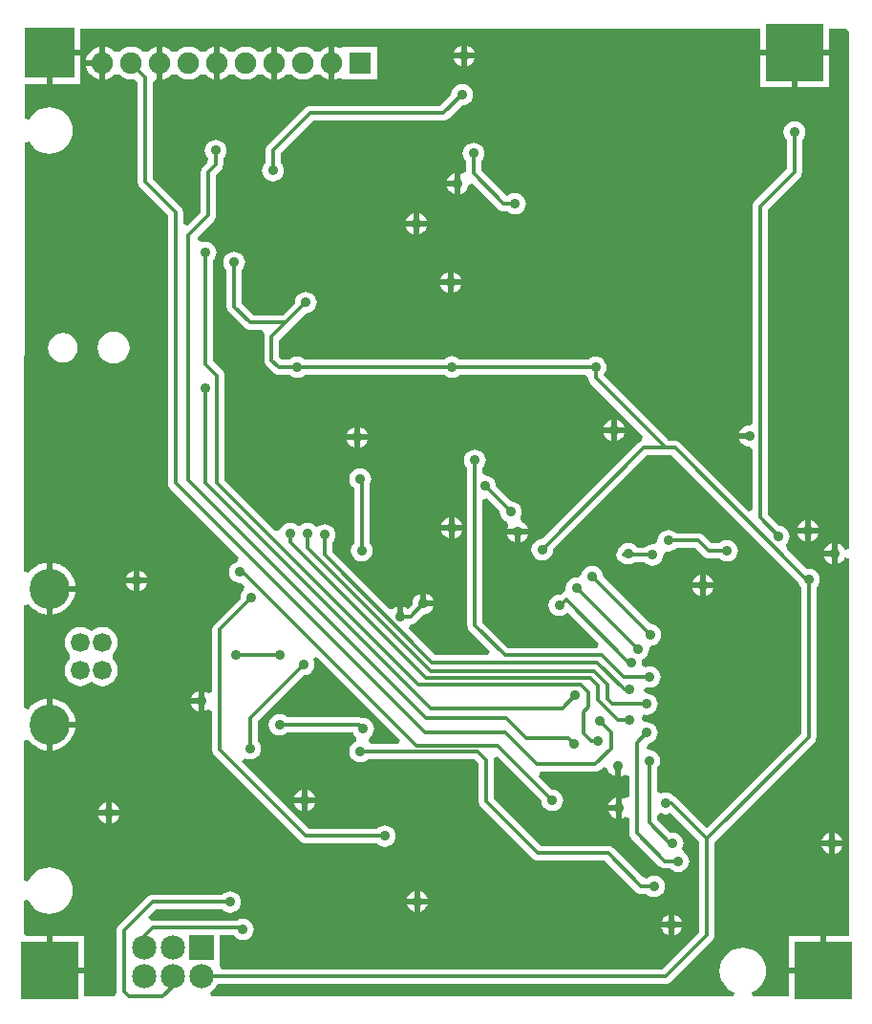
<source format=gbl>
G04 Layer_Physical_Order=2*
G04 Layer_Color=16711680*
%FSAX24Y24*%
%MOIN*%
G70*
G01*
G75*
%ADD32C,0.0120*%
%ADD34C,0.0662*%
%ADD35C,0.1410*%
%ADD36C,0.0750*%
%ADD37R,0.0750X0.0750*%
%ADD38C,0.0850*%
%ADD39R,0.0850X0.0850*%
%ADD40R,0.1750X0.1750*%
%ADD41R,0.2000X0.2000*%
%ADD42C,0.0350*%
G36*
X039400Y044241D02*
Y026215D01*
X039250Y026185D01*
X039228Y026239D01*
X039167Y026317D01*
X039089Y026378D01*
X039000Y026414D01*
Y026050D01*
Y025686D01*
X039089Y025722D01*
X039167Y025783D01*
X039228Y025861D01*
X039250Y025915D01*
X039400Y025885D01*
Y012700D01*
X038600D01*
Y011500D01*
X038500D01*
Y011400D01*
X037300D01*
Y010600D01*
X036030D01*
X036008Y010750D01*
X036010Y010751D01*
X036151Y010826D01*
X036273Y010927D01*
X036374Y011049D01*
X036449Y011190D01*
X036495Y011342D01*
X036511Y011500D01*
X036495Y011658D01*
X036449Y011810D01*
X036374Y011951D01*
X036273Y012073D01*
X036151Y012174D01*
X036010Y012249D01*
X035858Y012295D01*
X035700Y012311D01*
X035542Y012295D01*
X035390Y012249D01*
X035249Y012174D01*
X035127Y012073D01*
X035026Y011951D01*
X034951Y011810D01*
X034905Y011658D01*
X034889Y011500D01*
X034905Y011342D01*
X034951Y011190D01*
X035026Y011049D01*
X035127Y010927D01*
X035249Y010826D01*
X035390Y010751D01*
X035392Y010750D01*
X035370Y010600D01*
X017134D01*
X017097Y010750D01*
X017149Y010778D01*
X017244Y010856D01*
X017322Y010951D01*
X017369Y011038D01*
X033000D01*
X033000Y011038D01*
X033068Y011047D01*
X033131Y011073D01*
X033185Y011115D01*
X034635Y012565D01*
X034635Y012565D01*
X034677Y012619D01*
X034703Y012682D01*
X034712Y012750D01*
X034712Y012750D01*
Y015991D01*
X038185Y019465D01*
X038185Y019465D01*
X038227Y019519D01*
X038253Y019582D01*
X038262Y019650D01*
X038262Y019650D01*
Y024879D01*
X038267Y024883D01*
X038328Y024961D01*
X038365Y025052D01*
X038378Y025150D01*
X038365Y025248D01*
X038328Y025339D01*
X038267Y025417D01*
X038189Y025478D01*
X038098Y025515D01*
X038000Y025528D01*
X037914Y025517D01*
X037228Y026203D01*
X037217Y026383D01*
X037278Y026461D01*
X037315Y026552D01*
X037328Y026650D01*
X037315Y026748D01*
X037278Y026839D01*
X037217Y026917D01*
X037139Y026978D01*
X037048Y027015D01*
X036950Y027028D01*
X036943Y027027D01*
X036562Y027409D01*
Y038041D01*
X037685Y039165D01*
X037685Y039165D01*
X037727Y039219D01*
X037753Y039282D01*
X037762Y039350D01*
Y040479D01*
X037767Y040483D01*
X037828Y040561D01*
X037865Y040652D01*
X037878Y040750D01*
X037865Y040848D01*
X037828Y040939D01*
X037767Y041017D01*
X037689Y041078D01*
X037598Y041115D01*
X037500Y041128D01*
X037402Y041115D01*
X037311Y041078D01*
X037233Y041017D01*
X037172Y040939D01*
X037135Y040848D01*
X037122Y040750D01*
X037135Y040652D01*
X037172Y040561D01*
X037233Y040483D01*
X037238Y040479D01*
Y039459D01*
X036115Y038335D01*
X036073Y038281D01*
X036047Y038218D01*
X036038Y038150D01*
X036038Y038150D01*
Y030605D01*
X035950Y030528D01*
X035852Y030515D01*
X035761Y030478D01*
X035683Y030417D01*
X035622Y030339D01*
X035586Y030250D01*
X035950D01*
Y030050D01*
X035586D01*
X035622Y029961D01*
X035683Y029883D01*
X035761Y029822D01*
X035852Y029785D01*
X035950Y029772D01*
X036038Y029695D01*
Y027589D01*
X035899Y027532D01*
X033510Y029920D01*
X033456Y029962D01*
X033393Y029988D01*
X033325Y029997D01*
X033325Y029997D01*
X033114D01*
X030832Y032279D01*
X030887Y032351D01*
X030925Y032443D01*
X030938Y032541D01*
X030925Y032638D01*
X030887Y032730D01*
X030827Y032808D01*
X030749Y032868D01*
X030657Y032906D01*
X030559Y032919D01*
X030462Y032906D01*
X030370Y032868D01*
X030310Y032822D01*
X025821D01*
X025817Y032827D01*
X025739Y032887D01*
X025648Y032925D01*
X025550Y032938D01*
X025452Y032925D01*
X025361Y032887D01*
X025283Y032827D01*
X025271Y032812D01*
X020421D01*
X020417Y032817D01*
X020339Y032878D01*
X020248Y032915D01*
X020150Y032928D01*
X020052Y032915D01*
X019961Y032878D01*
X019883Y032817D01*
X019879Y032812D01*
X019609D01*
X019517Y032904D01*
Y033496D01*
X019935Y033915D01*
X019935Y033915D01*
X020443Y034423D01*
X020450Y034422D01*
X020548Y034435D01*
X020639Y034472D01*
X020717Y034533D01*
X020778Y034611D01*
X020815Y034702D01*
X020828Y034800D01*
X020815Y034898D01*
X020778Y034989D01*
X020717Y035067D01*
X020639Y035128D01*
X020548Y035165D01*
X020450Y035178D01*
X020352Y035165D01*
X020261Y035128D01*
X020183Y035067D01*
X020122Y034989D01*
X020085Y034898D01*
X020072Y034800D01*
X020073Y034793D01*
X019641Y034362D01*
X018619D01*
X018212Y034769D01*
Y035929D01*
X018217Y035933D01*
X018278Y036011D01*
X018315Y036102D01*
X018328Y036200D01*
X018315Y036298D01*
X018278Y036389D01*
X018217Y036467D01*
X018139Y036528D01*
X018048Y036565D01*
X017950Y036578D01*
X017852Y036565D01*
X017761Y036528D01*
X017683Y036467D01*
X017622Y036389D01*
X017585Y036298D01*
X017572Y036200D01*
X017585Y036102D01*
X017622Y036011D01*
X017683Y035933D01*
X017688Y035929D01*
Y034660D01*
X017688Y034660D01*
X017697Y034592D01*
X017723Y034529D01*
X017765Y034475D01*
X018325Y033915D01*
X018325Y033915D01*
X018379Y033873D01*
X018442Y033847D01*
X018510Y033838D01*
X018510Y033838D01*
X018917D01*
X018947Y033810D01*
X019008Y033688D01*
X019002Y033673D01*
X018993Y033605D01*
X018993Y033605D01*
Y032795D01*
X018993Y032795D01*
X019002Y032727D01*
X019028Y032664D01*
X019070Y032610D01*
X019315Y032365D01*
X019315Y032365D01*
X019369Y032323D01*
X019432Y032297D01*
X019500Y032288D01*
X019879D01*
X019883Y032283D01*
X019961Y032222D01*
X020052Y032185D01*
X020150Y032172D01*
X020248Y032185D01*
X020339Y032222D01*
X020417Y032283D01*
X020421Y032288D01*
X025288D01*
X025361Y032232D01*
X025452Y032194D01*
X025550Y032181D01*
X025648Y032194D01*
X025739Y032232D01*
X025817Y032292D01*
X025821Y032297D01*
X030205D01*
X030297Y032181D01*
X030306Y032113D01*
X030332Y032049D01*
X030374Y031995D01*
X032223Y030146D01*
X032177Y029988D01*
X032114Y029962D01*
X032060Y029920D01*
X032060Y029920D01*
X028707Y026567D01*
X028700Y026568D01*
X028602Y026555D01*
X028511Y026518D01*
X028433Y026457D01*
X028372Y026379D01*
X028335Y026288D01*
X028322Y026190D01*
X028335Y026092D01*
X028372Y026001D01*
X028433Y025923D01*
X028511Y025862D01*
X028602Y025825D01*
X028700Y025812D01*
X028798Y025825D01*
X028889Y025862D01*
X028967Y025923D01*
X029028Y026001D01*
X029065Y026092D01*
X029078Y026190D01*
X029077Y026197D01*
X032354Y029473D01*
X033216D01*
X037634Y025055D01*
X037635Y025052D01*
X037672Y024961D01*
X037733Y024883D01*
X037738Y024879D01*
Y019759D01*
X034450Y016471D01*
X033395Y017525D01*
X033341Y017567D01*
X033308Y017581D01*
X033287Y017607D01*
X033209Y017668D01*
X033118Y017705D01*
X033020Y017718D01*
X032922Y017705D01*
X032831Y017668D01*
X032692Y017750D01*
Y018559D01*
X032697Y018563D01*
X032758Y018641D01*
X032795Y018732D01*
X032808Y018830D01*
X032795Y018928D01*
X032758Y019019D01*
X032697Y019097D01*
X032619Y019158D01*
X032528Y019195D01*
X032430Y019208D01*
X032412Y019206D01*
X032352Y019250D01*
X032347Y019286D01*
X032448Y019435D01*
X032539Y019472D01*
X032617Y019533D01*
X032678Y019611D01*
X032715Y019702D01*
X032728Y019800D01*
X032715Y019898D01*
X032678Y019989D01*
X032617Y020067D01*
X032539Y020128D01*
X032448Y020165D01*
X032350Y020178D01*
X032282Y020169D01*
X032168Y020269D01*
X032173Y020310D01*
X032252Y020435D01*
X032350Y020422D01*
X032448Y020435D01*
X032539Y020472D01*
X032617Y020533D01*
X032678Y020611D01*
X032715Y020702D01*
X032728Y020800D01*
X032715Y020898D01*
X032678Y020989D01*
X032617Y021067D01*
X032539Y021128D01*
X032448Y021165D01*
X032350Y021178D01*
X032337Y021177D01*
X032214Y021290D01*
X032350Y021383D01*
X032361Y021384D01*
X032450Y021372D01*
X032548Y021385D01*
X032639Y021422D01*
X032717Y021483D01*
X032778Y021561D01*
X032815Y021652D01*
X032828Y021750D01*
X032815Y021848D01*
X032778Y021939D01*
X032717Y022017D01*
X032639Y022078D01*
X032548Y022115D01*
X032450Y022128D01*
X032352Y022115D01*
X032299Y022093D01*
X032229Y022129D01*
X032207Y022148D01*
X032170Y022197D01*
X032178Y022260D01*
X032167Y022343D01*
X032239Y022372D01*
X032317Y022433D01*
X032378Y022511D01*
X032415Y022602D01*
X032428Y022700D01*
X032428Y022702D01*
X032466Y022820D01*
X032553Y022857D01*
X032573Y022860D01*
X032664Y022897D01*
X032742Y022958D01*
X032803Y023036D01*
X032840Y023127D01*
X032853Y023225D01*
X032840Y023323D01*
X032803Y023414D01*
X032742Y023492D01*
X032664Y023553D01*
X032573Y023590D01*
X032475Y023603D01*
X032468Y023602D01*
X030827Y025243D01*
X030828Y025250D01*
X030815Y025348D01*
X030778Y025439D01*
X030717Y025517D01*
X030639Y025578D01*
X030548Y025615D01*
X030450Y025628D01*
X030352Y025615D01*
X030261Y025578D01*
X030183Y025517D01*
X030122Y025439D01*
X030085Y025348D01*
X030084Y025342D01*
X030015Y025240D01*
X029924Y025225D01*
X029900Y025228D01*
X029802Y025215D01*
X029711Y025178D01*
X029633Y025117D01*
X029572Y025039D01*
X029535Y024948D01*
X029522Y024850D01*
X029523Y024840D01*
X029524Y024745D01*
X029407Y024668D01*
X029394Y024662D01*
X029342Y024623D01*
X029300Y024628D01*
X029202Y024615D01*
X029111Y024578D01*
X029033Y024517D01*
X028972Y024439D01*
X028935Y024348D01*
X028922Y024250D01*
X028935Y024152D01*
X028972Y024061D01*
X029033Y023983D01*
X029111Y023922D01*
X029202Y023885D01*
X029300Y023872D01*
X029398Y023885D01*
X029489Y023922D01*
X029567Y023983D01*
X029604Y023985D01*
X030677Y022912D01*
X030615Y022762D01*
X027509D01*
X026612Y023659D01*
Y027905D01*
X026762Y027967D01*
X027223Y027507D01*
X027222Y027500D01*
X027235Y027402D01*
X027272Y027311D01*
X027333Y027233D01*
X027411Y027172D01*
X027459Y027153D01*
X027519Y027017D01*
X027522Y026993D01*
X027519Y026981D01*
X027486Y026900D01*
X028214D01*
X028178Y026989D01*
X028117Y027067D01*
X028039Y027128D01*
X027991Y027147D01*
X027931Y027283D01*
X027928Y027307D01*
X027931Y027319D01*
X027965Y027402D01*
X027978Y027500D01*
X027965Y027598D01*
X027928Y027689D01*
X027867Y027767D01*
X027789Y027828D01*
X027698Y027865D01*
X027600Y027878D01*
X027593Y027877D01*
X027077Y028393D01*
X027078Y028400D01*
X027065Y028498D01*
X027028Y028589D01*
X026967Y028667D01*
X026889Y028728D01*
X026798Y028765D01*
X026700Y028778D01*
X026612Y028855D01*
Y029029D01*
X026617Y029033D01*
X026678Y029111D01*
X026715Y029202D01*
X026728Y029300D01*
X026715Y029398D01*
X026678Y029489D01*
X026617Y029567D01*
X026539Y029628D01*
X026448Y029665D01*
X026350Y029678D01*
X026252Y029665D01*
X026161Y029628D01*
X026083Y029567D01*
X026022Y029489D01*
X025985Y029398D01*
X025972Y029300D01*
X025985Y029202D01*
X026022Y029111D01*
X026083Y029033D01*
X026088Y029029D01*
Y023550D01*
X026088Y023550D01*
X026097Y023482D01*
X026123Y023419D01*
X026165Y023365D01*
X026878Y022651D01*
X026821Y022512D01*
X024959D01*
X024033Y023438D01*
X024095Y023588D01*
X024100D01*
X024100Y023588D01*
X024168Y023597D01*
X024231Y023623D01*
X024285Y023665D01*
X024543Y023923D01*
X024550Y023922D01*
X024648Y023935D01*
X024739Y023972D01*
X024817Y024033D01*
X024878Y024111D01*
X024914Y024200D01*
X024550D01*
Y024300D01*
X024450D01*
Y024664D01*
X024361Y024628D01*
X024283Y024567D01*
X024222Y024489D01*
X024185Y024398D01*
X024172Y024300D01*
X024173Y024293D01*
X024006Y024127D01*
X023939Y024178D01*
X023850Y024214D01*
Y023850D01*
X023650D01*
Y024214D01*
X023561Y024178D01*
X023483Y024117D01*
X023361Y024110D01*
X021362Y026109D01*
Y026429D01*
X021367Y026433D01*
X021428Y026511D01*
X021465Y026602D01*
X021478Y026700D01*
X021465Y026798D01*
X021428Y026889D01*
X021367Y026967D01*
X021289Y027028D01*
X021198Y027065D01*
X021100Y027078D01*
X021002Y027065D01*
X020911Y027028D01*
X020833Y026967D01*
X020806D01*
X020767Y027017D01*
X020689Y027078D01*
X020598Y027115D01*
X020500Y027128D01*
X020402Y027115D01*
X020311Y027078D01*
X020233Y027017D01*
X020167D01*
X020089Y027078D01*
X019998Y027115D01*
X019900Y027128D01*
X019802Y027115D01*
X019711Y027078D01*
X019633Y027017D01*
X019572Y026939D01*
X019549Y026884D01*
X019442Y026842D01*
X019382Y026839D01*
X017612Y028609D01*
Y032250D01*
X017603Y032318D01*
X017577Y032381D01*
X017535Y032435D01*
X017535Y032435D01*
X017212Y032759D01*
Y036279D01*
X017217Y036283D01*
X017278Y036361D01*
X017315Y036452D01*
X017328Y036550D01*
X017315Y036648D01*
X017278Y036739D01*
X017217Y036817D01*
X017139Y036878D01*
X017048Y036915D01*
X016950Y036928D01*
X016852Y036915D01*
X016818Y036901D01*
X016671Y036984D01*
X016659Y037088D01*
X017235Y037665D01*
X017235Y037665D01*
X017277Y037719D01*
X017303Y037782D01*
X017312Y037850D01*
Y039241D01*
X017485Y039415D01*
X017485Y039415D01*
X017527Y039469D01*
X017553Y039532D01*
X017562Y039600D01*
Y039829D01*
X017567Y039833D01*
X017628Y039911D01*
X017665Y040002D01*
X017678Y040100D01*
X017665Y040198D01*
X017628Y040289D01*
X017567Y040367D01*
X017489Y040428D01*
X017398Y040465D01*
X017300Y040478D01*
X017202Y040465D01*
X017111Y040428D01*
X017033Y040367D01*
X016972Y040289D01*
X016935Y040198D01*
X016922Y040100D01*
X016935Y040002D01*
X016972Y039911D01*
X017033Y039833D01*
X017019Y039690D01*
X016865Y039535D01*
X016823Y039481D01*
X016797Y039418D01*
X016788Y039350D01*
X016788Y039350D01*
Y037959D01*
X016312Y037483D01*
X016162Y037545D01*
Y037950D01*
X016162Y037950D01*
X016153Y038018D01*
X016127Y038081D01*
X016085Y038135D01*
X016085Y038135D01*
X015112Y039109D01*
Y042480D01*
X015250Y042573D01*
Y043150D01*
Y043717D01*
X015200Y043710D01*
X015060Y043652D01*
X014940Y043560D01*
X014925Y043541D01*
X014775D01*
X014760Y043560D01*
X014640Y043652D01*
X014500Y043710D01*
X014350Y043730D01*
X014200Y043710D01*
X014060Y043652D01*
X013940Y043560D01*
X013925Y043541D01*
X013775D01*
X013760Y043560D01*
X013640Y043652D01*
X013500Y043710D01*
X013450Y043717D01*
Y043150D01*
Y042583D01*
X013500Y042590D01*
X013640Y042648D01*
X013760Y042740D01*
X013775Y042759D01*
X013925D01*
X013940Y042740D01*
X014060Y042648D01*
X014200Y042590D01*
X014350Y042570D01*
X014455Y042584D01*
X014564Y042499D01*
X014588Y042465D01*
Y039000D01*
X014588Y039000D01*
X014597Y038932D01*
X014623Y038869D01*
X014665Y038815D01*
X015638Y037841D01*
Y028500D01*
X015638Y028500D01*
X015647Y028432D01*
X015673Y028369D01*
X015715Y028315D01*
X018105Y025924D01*
X018052Y025765D01*
X017961Y025728D01*
X017883Y025667D01*
X017822Y025589D01*
X017785Y025498D01*
X017772Y025400D01*
X017785Y025302D01*
X017822Y025211D01*
X017883Y025133D01*
X017961Y025072D01*
X018052Y025035D01*
X018150Y025022D01*
X018199Y025028D01*
X018304Y024922D01*
X018289Y024773D01*
X018283Y024767D01*
X018222Y024689D01*
X018185Y024598D01*
X018172Y024500D01*
X018173Y024493D01*
X017265Y023585D01*
X017223Y023531D01*
X017197Y023468D01*
X017188Y023400D01*
X017188Y023400D01*
Y021257D01*
X017140Y021222D01*
X017038Y021190D01*
X016989Y021228D01*
X016900Y021264D01*
Y020900D01*
Y020536D01*
X016989Y020572D01*
X017038Y020610D01*
X017140Y020578D01*
X017188Y020543D01*
Y019200D01*
X017188Y019200D01*
X017197Y019132D01*
X017223Y019069D01*
X017265Y019015D01*
X020265Y016015D01*
X020265Y016015D01*
X020319Y015973D01*
X020382Y015947D01*
X020450Y015938D01*
X020450Y015938D01*
X022929D01*
X022933Y015933D01*
X023011Y015872D01*
X023102Y015835D01*
X023200Y015822D01*
X023298Y015835D01*
X023389Y015872D01*
X023467Y015933D01*
X023528Y016011D01*
X023565Y016102D01*
X023578Y016200D01*
X023565Y016298D01*
X023528Y016389D01*
X023467Y016467D01*
X023389Y016528D01*
X023298Y016565D01*
X023200Y016578D01*
X023102Y016565D01*
X023011Y016528D01*
X022933Y016467D01*
X022929Y016462D01*
X020559D01*
X018210Y018810D01*
X018310Y018923D01*
X018311Y018922D01*
X018402Y018885D01*
X018500Y018872D01*
X018598Y018885D01*
X018689Y018922D01*
X018767Y018983D01*
X018828Y019061D01*
X018865Y019152D01*
X018878Y019250D01*
X018865Y019348D01*
X018828Y019439D01*
X018767Y019517D01*
X018762Y019521D01*
Y020211D01*
X020363Y021813D01*
X020370Y021812D01*
X020468Y021825D01*
X020559Y021862D01*
X020637Y021923D01*
X020698Y022001D01*
X020735Y022092D01*
X020748Y022190D01*
X020735Y022288D01*
X020698Y022379D01*
X020819Y022460D01*
X023728Y019551D01*
X023671Y019412D01*
X022718D01*
X022664Y019471D01*
X022658Y019509D01*
X022686Y019659D01*
X022717Y019683D01*
X022778Y019761D01*
X022815Y019852D01*
X022828Y019950D01*
X022815Y020048D01*
X022778Y020139D01*
X022717Y020217D01*
X022639Y020278D01*
X022548Y020315D01*
X022450Y020328D01*
X022412Y020323D01*
X022388Y020333D01*
X022320Y020342D01*
X022320Y020342D01*
X019801D01*
X019797Y020347D01*
X019719Y020408D01*
X019628Y020445D01*
X019530Y020458D01*
X019432Y020445D01*
X019341Y020408D01*
X019263Y020347D01*
X019202Y020269D01*
X019165Y020178D01*
X019152Y020080D01*
X019165Y019982D01*
X019202Y019891D01*
X019263Y019813D01*
X019341Y019752D01*
X019432Y019715D01*
X019530Y019702D01*
X019628Y019715D01*
X019719Y019752D01*
X019797Y019813D01*
X019801Y019818D01*
X022099D01*
X022122Y019761D01*
X022183Y019683D01*
X022218Y019656D01*
X022219Y019649D01*
X022204Y019508D01*
X022195Y019492D01*
X022161Y019478D01*
X022083Y019417D01*
X022022Y019339D01*
X021985Y019248D01*
X021972Y019150D01*
X021985Y019052D01*
X022022Y018961D01*
X022083Y018883D01*
X022161Y018822D01*
X022252Y018785D01*
X022350Y018772D01*
X022448Y018785D01*
X022539Y018822D01*
X022617Y018883D01*
X022621Y018888D01*
X026341D01*
X026488Y018741D01*
Y017400D01*
X026488Y017400D01*
X026497Y017332D01*
X026523Y017269D01*
X026565Y017215D01*
X028365Y015415D01*
X028365Y015415D01*
X028419Y015373D01*
X028482Y015347D01*
X028550Y015338D01*
X030891D01*
X031965Y014265D01*
X031965Y014265D01*
X032019Y014223D01*
X032082Y014197D01*
X032150Y014188D01*
X032150Y014188D01*
X032329D01*
X032333Y014183D01*
X032411Y014122D01*
X032502Y014085D01*
X032600Y014072D01*
X032698Y014085D01*
X032789Y014122D01*
X032867Y014183D01*
X032928Y014261D01*
X032965Y014352D01*
X032978Y014450D01*
X032965Y014548D01*
X032928Y014639D01*
X032867Y014717D01*
X032789Y014778D01*
X032698Y014815D01*
X032600Y014828D01*
X032502Y014815D01*
X032411Y014778D01*
X032333Y014717D01*
X032201Y014770D01*
X031185Y015785D01*
X031131Y015827D01*
X031068Y015853D01*
X031000Y015862D01*
X031000Y015862D01*
X028659D01*
X027012Y017509D01*
Y018850D01*
X027012Y018850D01*
X027004Y018913D01*
X027012Y018923D01*
X027133Y018996D01*
X028673Y017457D01*
X028672Y017450D01*
X028685Y017352D01*
X028722Y017261D01*
X028783Y017183D01*
X028861Y017122D01*
X028952Y017085D01*
X029050Y017072D01*
X029148Y017085D01*
X029239Y017122D01*
X029317Y017183D01*
X029378Y017261D01*
X029415Y017352D01*
X029428Y017450D01*
X029415Y017548D01*
X029378Y017639D01*
X029317Y017717D01*
X029239Y017778D01*
X029148Y017815D01*
X029050Y017828D01*
X029043Y017827D01*
X028583Y018288D01*
X028645Y018438D01*
X030550D01*
X030550Y018438D01*
X030618Y018447D01*
X030681Y018473D01*
X030735Y018515D01*
X030826Y018605D01*
X030985Y018552D01*
X031022Y018461D01*
X031083Y018383D01*
X031161Y018322D01*
X031250Y018286D01*
Y018650D01*
X031450D01*
Y018286D01*
X031539Y018322D01*
X031588Y018360D01*
X031690Y018328D01*
X031738Y018293D01*
Y017577D01*
X031588Y017503D01*
X031569Y017518D01*
X031480Y017554D01*
Y017190D01*
Y016826D01*
X031569Y016862D01*
X031588Y016877D01*
X031738Y016803D01*
Y016300D01*
X031738Y016300D01*
X031747Y016232D01*
X031773Y016169D01*
X031815Y016115D01*
X032785Y015145D01*
X032785Y015145D01*
X032839Y015103D01*
X032902Y015077D01*
X032970Y015068D01*
X032970Y015068D01*
X033179D01*
X033183Y015063D01*
X033261Y015002D01*
X033352Y014965D01*
X033450Y014952D01*
X033548Y014965D01*
X033639Y015002D01*
X033717Y015063D01*
X033778Y015141D01*
X033815Y015232D01*
X033828Y015330D01*
X033815Y015428D01*
X033778Y015519D01*
X033717Y015597D01*
X033639Y015658D01*
X033578Y015761D01*
X033615Y015852D01*
X033628Y015950D01*
X033615Y016048D01*
X033578Y016139D01*
X033517Y016217D01*
X033439Y016278D01*
X033348Y016315D01*
X033250Y016328D01*
X033155Y016316D01*
X032692Y016779D01*
Y016930D01*
X032831Y017012D01*
X032922Y016975D01*
X033020Y016962D01*
X033118Y016975D01*
X033179Y017000D01*
X034188Y015991D01*
Y012859D01*
X032891Y011562D01*
X017515D01*
X017425Y011675D01*
Y012738D01*
X017940D01*
X017983Y012683D01*
X018061Y012622D01*
X018152Y012585D01*
X018250Y012572D01*
X018348Y012585D01*
X018439Y012622D01*
X018517Y012683D01*
X018578Y012761D01*
X018615Y012852D01*
X018628Y012950D01*
X018615Y013048D01*
X018578Y013139D01*
X018517Y013217D01*
X018439Y013278D01*
X018348Y013315D01*
X018250Y013328D01*
X018152Y013315D01*
X018061Y013278D01*
X018041Y013262D01*
X015100D01*
X015100Y013262D01*
X015037Y013254D01*
X015027Y013262D01*
X014954Y013383D01*
X015209Y013638D01*
X017529D01*
X017533Y013633D01*
X017611Y013572D01*
X017702Y013535D01*
X017800Y013522D01*
X017898Y013535D01*
X017989Y013572D01*
X018067Y013633D01*
X018128Y013711D01*
X018165Y013802D01*
X018178Y013900D01*
X018165Y013998D01*
X018128Y014089D01*
X018067Y014167D01*
X017989Y014228D01*
X017898Y014265D01*
X017800Y014278D01*
X017702Y014265D01*
X017611Y014228D01*
X017533Y014167D01*
X017529Y014162D01*
X015100D01*
X015100Y014162D01*
X015032Y014153D01*
X014969Y014127D01*
X014915Y014085D01*
X014915Y014085D01*
X013915Y013085D01*
X013873Y013031D01*
X013847Y012968D01*
X013838Y012900D01*
X013838Y012900D01*
Y010790D01*
X013838Y010790D01*
X013843Y010750D01*
X013806Y010678D01*
X013736Y010600D01*
X012700D01*
Y011400D01*
X011500D01*
Y011500D01*
X011400D01*
Y012700D01*
X010709D01*
X010603Y012806D01*
X010605Y013953D01*
X010751Y013990D01*
X010826Y013849D01*
X010927Y013727D01*
X011049Y013626D01*
X011190Y013551D01*
X011342Y013505D01*
X011500Y013489D01*
X011658Y013505D01*
X011810Y013551D01*
X011951Y013626D01*
X012073Y013727D01*
X012174Y013849D01*
X012249Y013990D01*
X012295Y014142D01*
X012311Y014300D01*
X012295Y014458D01*
X012249Y014610D01*
X012174Y014751D01*
X012073Y014873D01*
X011951Y014974D01*
X011810Y015049D01*
X011658Y015095D01*
X011500Y015111D01*
X011342Y015095D01*
X011190Y015049D01*
X011049Y014974D01*
X010927Y014873D01*
X010826Y014751D01*
X010751Y014610D01*
X010606Y014650D01*
X010613Y019514D01*
X010677Y019549D01*
X010763Y019562D01*
X010857Y019448D01*
X010995Y019335D01*
X011152Y019251D01*
X011323Y019199D01*
X011400Y019191D01*
Y020091D01*
Y020991D01*
X011323Y020983D01*
X011152Y020931D01*
X010995Y020847D01*
X010857Y020734D01*
X010765Y020622D01*
X010669Y020639D01*
X010615Y020670D01*
X010620Y024248D01*
X010641Y024261D01*
X010770Y024294D01*
X010857Y024188D01*
X010995Y024075D01*
X011152Y023991D01*
X011323Y023939D01*
X011400Y023932D01*
Y024831D01*
Y025731D01*
X011323Y025723D01*
X011152Y025671D01*
X010995Y025587D01*
X010857Y025474D01*
X010772Y025371D01*
X010632Y025409D01*
X010622Y025416D01*
X010644Y040371D01*
X010794Y040408D01*
X010826Y040349D01*
X010927Y040227D01*
X011049Y040126D01*
X011190Y040051D01*
X011342Y040005D01*
X011500Y039989D01*
X011658Y040005D01*
X011810Y040051D01*
X011951Y040126D01*
X012073Y040227D01*
X012174Y040349D01*
X012249Y040490D01*
X012295Y040642D01*
X012311Y040800D01*
X012295Y040958D01*
X012249Y041110D01*
X012174Y041251D01*
X012073Y041373D01*
X011951Y041474D01*
X011810Y041549D01*
X011658Y041595D01*
X011500Y041611D01*
X011342Y041595D01*
X011190Y041549D01*
X011049Y041474D01*
X010927Y041373D01*
X010826Y041251D01*
X010795Y041194D01*
X010645Y041231D01*
X010647Y042425D01*
X011400D01*
Y043500D01*
X011500D01*
Y043600D01*
X012575D01*
Y044350D01*
X036300D01*
Y043600D01*
X038700D01*
Y044350D01*
X039300D01*
X039400Y044241D01*
D02*
G37*
%LPC*%
G36*
X012400Y024731D02*
X011600D01*
Y023932D01*
X011677Y023939D01*
X011848Y023991D01*
X012005Y024075D01*
X012143Y024188D01*
X012256Y024326D01*
X012340Y024483D01*
X012392Y024654D01*
X012400Y024731D01*
D02*
G37*
G36*
X013354Y023489D02*
X013216Y023471D01*
X013086Y023417D01*
X013076Y023409D01*
X012961Y023341D01*
X012845Y023409D01*
X012835Y023417D01*
X012706Y023471D01*
X012567Y023489D01*
X012428Y023471D01*
X012299Y023417D01*
X012188Y023332D01*
X012103Y023221D01*
X012049Y023092D01*
X012031Y022953D01*
X012049Y022815D01*
X012103Y022685D01*
X012188Y022574D01*
X012215Y022554D01*
Y022368D01*
X012188Y022348D01*
X012103Y022237D01*
X012049Y022108D01*
X012031Y021969D01*
X012049Y021830D01*
X012103Y021701D01*
X012188Y021590D01*
X012299Y021505D01*
X012428Y021452D01*
X012567Y021433D01*
X012706Y021452D01*
X012835Y021505D01*
X012845Y021513D01*
X012961Y021581D01*
X013076Y021513D01*
X013086Y021505D01*
X013216Y021452D01*
X013354Y021433D01*
X013493Y021452D01*
X013622Y021505D01*
X013733Y021590D01*
X013818Y021701D01*
X013872Y021830D01*
X013890Y021969D01*
X013872Y022108D01*
X013818Y022237D01*
X013733Y022348D01*
X013706Y022368D01*
Y022554D01*
X013733Y022574D01*
X013818Y022685D01*
X013872Y022815D01*
X013890Y022953D01*
X013872Y023092D01*
X013818Y023221D01*
X013733Y023332D01*
X013622Y023417D01*
X013493Y023471D01*
X013354Y023489D01*
D02*
G37*
G36*
X024650Y024664D02*
Y024400D01*
X024914D01*
X024878Y024489D01*
X024817Y024567D01*
X024739Y024628D01*
X024650Y024664D01*
D02*
G37*
G36*
X034674Y024840D02*
X034410D01*
Y024576D01*
X034499Y024612D01*
X034577Y024673D01*
X034638Y024751D01*
X034674Y024840D01*
D02*
G37*
G36*
X034210D02*
X033946D01*
X033982Y024751D01*
X034043Y024673D01*
X034121Y024612D01*
X034210Y024576D01*
Y024840D01*
D02*
G37*
G36*
X016700Y021264D02*
X016611Y021228D01*
X016533Y021167D01*
X016472Y021089D01*
X016436Y021000D01*
X016700D01*
Y021264D01*
D02*
G37*
G36*
X020510Y017814D02*
Y017550D01*
X020774D01*
X020738Y017639D01*
X020677Y017717D01*
X020599Y017778D01*
X020510Y017814D01*
D02*
G37*
G36*
X020310D02*
X020221Y017778D01*
X020143Y017717D01*
X020082Y017639D01*
X020046Y017550D01*
X020310D01*
Y017814D01*
D02*
G37*
G36*
X012400Y019991D02*
X011600D01*
Y019191D01*
X011677Y019199D01*
X011848Y019251D01*
X012005Y019335D01*
X012143Y019448D01*
X012256Y019586D01*
X012340Y019743D01*
X012392Y019914D01*
X012400Y019991D01*
D02*
G37*
G36*
X016700Y020800D02*
X016436D01*
X016472Y020711D01*
X016533Y020633D01*
X016611Y020572D01*
X016700Y020536D01*
Y020800D01*
D02*
G37*
G36*
X011600Y020991D02*
Y020191D01*
X012400D01*
X012392Y020268D01*
X012340Y020439D01*
X012256Y020596D01*
X012143Y020734D01*
X012005Y020847D01*
X011848Y020931D01*
X011677Y020983D01*
X011600Y020991D01*
D02*
G37*
G36*
X038800Y025950D02*
X038536D01*
X038572Y025861D01*
X038633Y025783D01*
X038711Y025722D01*
X038800Y025686D01*
Y025950D01*
D02*
G37*
G36*
X014650Y025464D02*
Y025200D01*
X014914D01*
X014878Y025289D01*
X014817Y025367D01*
X014739Y025428D01*
X014650Y025464D01*
D02*
G37*
G36*
X022350Y029028D02*
X022252Y029015D01*
X022161Y028978D01*
X022083Y028917D01*
X022022Y028839D01*
X021985Y028748D01*
X021972Y028650D01*
X021985Y028552D01*
X022022Y028461D01*
X022083Y028383D01*
X022138Y028340D01*
Y026431D01*
X022133Y026427D01*
X022072Y026349D01*
X022035Y026258D01*
X022022Y026160D01*
X022035Y026062D01*
X022072Y025971D01*
X022133Y025893D01*
X022211Y025832D01*
X022302Y025795D01*
X022400Y025782D01*
X022498Y025795D01*
X022589Y025832D01*
X022667Y025893D01*
X022728Y025971D01*
X022765Y026062D01*
X022778Y026160D01*
X022765Y026258D01*
X022728Y026349D01*
X022667Y026427D01*
X022662Y026431D01*
Y028441D01*
X022678Y028461D01*
X022715Y028552D01*
X022728Y028650D01*
X022715Y028748D01*
X022678Y028839D01*
X022617Y028917D01*
X022539Y028978D01*
X022448Y029015D01*
X022350Y029028D01*
D02*
G37*
G36*
X033100Y026878D02*
X033002Y026865D01*
X032911Y026828D01*
X032833Y026767D01*
X032772Y026689D01*
X032735Y026598D01*
X032722Y026500D01*
X032722Y026497D01*
X032704Y026465D01*
X032592Y026373D01*
X032550Y026378D01*
X032452Y026365D01*
X032361Y026328D01*
X032283Y026267D01*
X032279Y026262D01*
X032010D01*
X031967Y026317D01*
X031889Y026378D01*
X031798Y026415D01*
X031700Y026428D01*
X031602Y026415D01*
X031511Y026378D01*
X031433Y026317D01*
X031372Y026239D01*
X031335Y026148D01*
X031334Y026146D01*
X031323Y026131D01*
X031297Y026068D01*
X031288Y026000D01*
X031297Y025932D01*
X031323Y025869D01*
X031365Y025815D01*
X031419Y025773D01*
X031476Y025749D01*
X031511Y025722D01*
X031602Y025685D01*
X031700Y025672D01*
X031798Y025685D01*
X031889Y025722D01*
X031909Y025738D01*
X032279D01*
X032283Y025733D01*
X032361Y025672D01*
X032452Y025635D01*
X032550Y025622D01*
X032648Y025635D01*
X032739Y025672D01*
X032817Y025733D01*
X032878Y025811D01*
X032915Y025902D01*
X032928Y026000D01*
X032928Y026003D01*
X032946Y026035D01*
X033058Y026127D01*
X033100Y026122D01*
X033198Y026135D01*
X033289Y026172D01*
X033367Y026233D01*
X033371Y026238D01*
X034041D01*
X034315Y025965D01*
X034315Y025965D01*
X034369Y025923D01*
X034432Y025897D01*
X034500Y025888D01*
X034500Y025888D01*
X034879D01*
X034883Y025883D01*
X034961Y025822D01*
X035052Y025785D01*
X035150Y025772D01*
X035248Y025785D01*
X035339Y025822D01*
X035417Y025883D01*
X035478Y025961D01*
X035515Y026052D01*
X035528Y026150D01*
X035515Y026248D01*
X035478Y026339D01*
X035417Y026417D01*
X035339Y026478D01*
X035248Y026515D01*
X035150Y026528D01*
X035052Y026515D01*
X034961Y026478D01*
X034883Y026417D01*
X034879Y026412D01*
X034609D01*
X034335Y026685D01*
X034281Y026727D01*
X034218Y026753D01*
X034150Y026762D01*
X034150Y026762D01*
X033371D01*
X033367Y026767D01*
X033289Y026828D01*
X033198Y026865D01*
X033100Y026878D01*
D02*
G37*
G36*
X038800Y026414D02*
X038711Y026378D01*
X038633Y026317D01*
X038572Y026239D01*
X038536Y026150D01*
X038800D01*
Y026414D01*
D02*
G37*
G36*
X014450Y025464D02*
X014361Y025428D01*
X014283Y025367D01*
X014222Y025289D01*
X014186Y025200D01*
X014450D01*
Y025464D01*
D02*
G37*
G36*
X014914Y025000D02*
X014650D01*
Y024736D01*
X014739Y024772D01*
X014817Y024833D01*
X014878Y024911D01*
X014914Y025000D01*
D02*
G37*
G36*
X014450D02*
X014186D01*
X014222Y024911D01*
X014283Y024833D01*
X014361Y024772D01*
X014450Y024736D01*
Y025000D01*
D02*
G37*
G36*
X011600Y025731D02*
Y024931D01*
X012400D01*
X012392Y025009D01*
X012340Y025179D01*
X012256Y025336D01*
X012143Y025474D01*
X012005Y025587D01*
X011848Y025671D01*
X011677Y025723D01*
X011600Y025731D01*
D02*
G37*
G36*
X034410Y025304D02*
Y025040D01*
X034674D01*
X034638Y025129D01*
X034577Y025207D01*
X034499Y025268D01*
X034410Y025304D01*
D02*
G37*
G36*
X034210D02*
X034121Y025268D01*
X034043Y025207D01*
X033982Y025129D01*
X033946Y025040D01*
X034210D01*
Y025304D01*
D02*
G37*
G36*
X024694Y013830D02*
X024430D01*
Y013566D01*
X024519Y013602D01*
X024597Y013663D01*
X024658Y013741D01*
X024694Y013830D01*
D02*
G37*
G36*
X024230D02*
X023966D01*
X024002Y013741D01*
X024063Y013663D01*
X024141Y013602D01*
X024230Y013566D01*
Y013830D01*
D02*
G37*
G36*
Y014294D02*
X024141Y014258D01*
X024063Y014197D01*
X024002Y014119D01*
X023966Y014030D01*
X024230D01*
Y014294D01*
D02*
G37*
G36*
X038720Y015850D02*
X038456D01*
X038492Y015761D01*
X038553Y015683D01*
X038631Y015622D01*
X038720Y015586D01*
Y015850D01*
D02*
G37*
G36*
X024430Y014294D02*
Y014030D01*
X024694D01*
X024658Y014119D01*
X024597Y014197D01*
X024519Y014258D01*
X024430Y014294D01*
D02*
G37*
G36*
X033320Y013464D02*
Y013200D01*
X033584D01*
X033548Y013289D01*
X033487Y013367D01*
X033409Y013428D01*
X033320Y013464D01*
D02*
G37*
G36*
X038400Y012700D02*
X037300D01*
Y011600D01*
X038400D01*
Y012700D01*
D02*
G37*
G36*
X012700D02*
X011600D01*
Y011600D01*
X012700D01*
Y012700D01*
D02*
G37*
G36*
X033120Y013000D02*
X032856D01*
X032892Y012911D01*
X032953Y012833D01*
X033031Y012772D01*
X033120Y012736D01*
Y013000D01*
D02*
G37*
G36*
Y013464D02*
X033031Y013428D01*
X032953Y013367D01*
X032892Y013289D01*
X032856Y013200D01*
X033120D01*
Y013464D01*
D02*
G37*
G36*
X033584Y013000D02*
X033320D01*
Y012736D01*
X033409Y012772D01*
X033487Y012833D01*
X033548Y012911D01*
X033584Y013000D01*
D02*
G37*
G36*
X020774Y017350D02*
X020510D01*
Y017086D01*
X020599Y017122D01*
X020677Y017183D01*
X020738Y017261D01*
X020774Y017350D01*
D02*
G37*
G36*
X020310D02*
X020046D01*
X020082Y017261D01*
X020143Y017183D01*
X020221Y017122D01*
X020310Y017086D01*
Y017350D01*
D02*
G37*
G36*
X013470Y017374D02*
X013381Y017338D01*
X013303Y017277D01*
X013242Y017199D01*
X013206Y017110D01*
X013470D01*
Y017374D01*
D02*
G37*
G36*
X031280Y017554D02*
X031191Y017518D01*
X031113Y017457D01*
X031052Y017379D01*
X031016Y017290D01*
X031280D01*
Y017554D01*
D02*
G37*
G36*
X013670Y017374D02*
Y017110D01*
X013934D01*
X013898Y017199D01*
X013837Y017277D01*
X013759Y017338D01*
X013670Y017374D01*
D02*
G37*
G36*
X031280Y017090D02*
X031016D01*
X031052Y017001D01*
X031113Y016923D01*
X031191Y016862D01*
X031280Y016826D01*
Y017090D01*
D02*
G37*
G36*
X038720Y016314D02*
X038631Y016278D01*
X038553Y016217D01*
X038492Y016139D01*
X038456Y016050D01*
X038720D01*
Y016314D01*
D02*
G37*
G36*
X039184Y015850D02*
X038920D01*
Y015586D01*
X039009Y015622D01*
X039087Y015683D01*
X039148Y015761D01*
X039184Y015850D01*
D02*
G37*
G36*
X038920Y016314D02*
Y016050D01*
X039184D01*
X039148Y016139D01*
X039087Y016217D01*
X039009Y016278D01*
X038920Y016314D01*
D02*
G37*
G36*
X013934Y016910D02*
X013670D01*
Y016646D01*
X013759Y016682D01*
X013837Y016743D01*
X013898Y016821D01*
X013934Y016910D01*
D02*
G37*
G36*
X013470D02*
X013206D01*
X013242Y016821D01*
X013303Y016743D01*
X013381Y016682D01*
X013470Y016646D01*
Y016910D01*
D02*
G37*
G36*
X027750Y026700D02*
X027486D01*
X027522Y026611D01*
X027583Y026533D01*
X027661Y026472D01*
X027750Y026436D01*
Y026700D01*
D02*
G37*
G36*
X026300Y040378D02*
X026202Y040365D01*
X026111Y040328D01*
X026033Y040267D01*
X025972Y040189D01*
X025935Y040098D01*
X025922Y040000D01*
X025935Y039902D01*
X025972Y039811D01*
X026033Y039733D01*
X026038Y039729D01*
Y039391D01*
X026013Y039362D01*
X025888Y039299D01*
X025850Y039314D01*
Y038950D01*
Y038586D01*
X025939Y038622D01*
X026017Y038683D01*
X026078Y038761D01*
X026115Y038852D01*
X026121Y038896D01*
X026258Y038955D01*
X026273Y038956D01*
X027165Y038065D01*
X027165Y038065D01*
X027219Y038023D01*
X027282Y037997D01*
X027350Y037988D01*
X027350Y037988D01*
X027479D01*
X027483Y037983D01*
X027561Y037922D01*
X027652Y037885D01*
X027750Y037872D01*
X027848Y037885D01*
X027939Y037922D01*
X028017Y037983D01*
X028078Y038061D01*
X028115Y038152D01*
X028128Y038250D01*
X028115Y038348D01*
X028078Y038439D01*
X028017Y038517D01*
X027939Y038578D01*
X027848Y038615D01*
X027750Y038628D01*
X027652Y038615D01*
X027561Y038578D01*
X027483Y038517D01*
X027363Y038608D01*
X026562Y039409D01*
Y039729D01*
X026567Y039733D01*
X026628Y039811D01*
X026665Y039902D01*
X026678Y040000D01*
X026665Y040098D01*
X026628Y040189D01*
X026567Y040267D01*
X026489Y040328D01*
X026398Y040365D01*
X026300Y040378D01*
D02*
G37*
G36*
X025650Y039314D02*
X025561Y039278D01*
X025483Y039217D01*
X025422Y039139D01*
X025386Y039050D01*
X025650D01*
Y039314D01*
D02*
G37*
G36*
X025900Y042428D02*
X025802Y042415D01*
X025711Y042378D01*
X025633Y042317D01*
X025572Y042239D01*
X025535Y042148D01*
X025522Y042050D01*
X025523Y042043D01*
X025141Y041662D01*
X020600D01*
X020600Y041662D01*
X020532Y041653D01*
X020469Y041627D01*
X020415Y041585D01*
X020415Y041585D01*
X019115Y040285D01*
X019073Y040231D01*
X019047Y040168D01*
X019038Y040100D01*
X019038Y040100D01*
Y039671D01*
X019033Y039667D01*
X018972Y039589D01*
X018935Y039498D01*
X018922Y039400D01*
X018935Y039302D01*
X018972Y039211D01*
X019033Y039133D01*
X019111Y039072D01*
X019202Y039035D01*
X019300Y039022D01*
X019398Y039035D01*
X019489Y039072D01*
X019567Y039133D01*
X019628Y039211D01*
X019665Y039302D01*
X019678Y039400D01*
X019665Y039498D01*
X019628Y039589D01*
X019567Y039667D01*
X019562Y039671D01*
Y039991D01*
X020709Y041138D01*
X025250D01*
X025250Y041138D01*
X025318Y041147D01*
X025381Y041173D01*
X025435Y041215D01*
X025893Y041673D01*
X025900Y041672D01*
X025998Y041685D01*
X026089Y041722D01*
X026167Y041783D01*
X026228Y041861D01*
X026265Y041952D01*
X026278Y042050D01*
X026265Y042148D01*
X026228Y042239D01*
X026167Y042317D01*
X026089Y042378D01*
X025998Y042415D01*
X025900Y042428D01*
D02*
G37*
G36*
X038700Y043400D02*
X037600D01*
Y042300D01*
X038700D01*
Y043400D01*
D02*
G37*
G36*
X037400D02*
X036300D01*
Y042300D01*
X037400D01*
Y043400D01*
D02*
G37*
G36*
X025650Y038850D02*
X025386D01*
X025422Y038761D01*
X025483Y038683D01*
X025561Y038622D01*
X025650Y038586D01*
Y038850D01*
D02*
G37*
G36*
X024200Y037450D02*
X023936D01*
X023972Y037361D01*
X024033Y037283D01*
X024111Y037222D01*
X024200Y037186D01*
Y037450D01*
D02*
G37*
G36*
X025600Y035864D02*
Y035600D01*
X025864D01*
X025828Y035689D01*
X025767Y035767D01*
X025689Y035828D01*
X025600Y035864D01*
D02*
G37*
G36*
X024664Y037450D02*
X024400D01*
Y037186D01*
X024489Y037222D01*
X024567Y037283D01*
X024628Y037361D01*
X024664Y037450D01*
D02*
G37*
G36*
X024400Y037914D02*
Y037650D01*
X024664D01*
X024628Y037739D01*
X024567Y037817D01*
X024489Y037878D01*
X024400Y037914D01*
D02*
G37*
G36*
X024200D02*
X024111Y037878D01*
X024033Y037817D01*
X023972Y037739D01*
X023936Y037650D01*
X024200D01*
Y037914D01*
D02*
G37*
G36*
X016350Y043730D02*
X016200Y043710D01*
X016060Y043652D01*
X015940Y043560D01*
X015925Y043541D01*
X015775D01*
X015760Y043560D01*
X015640Y043652D01*
X015500Y043710D01*
X015450Y043717D01*
Y043150D01*
Y042583D01*
X015500Y042590D01*
X015640Y042648D01*
X015760Y042740D01*
X015775Y042759D01*
X015925D01*
X015940Y042740D01*
X016060Y042648D01*
X016200Y042590D01*
X016350Y042570D01*
X016500Y042590D01*
X016640Y042648D01*
X016760Y042740D01*
X016775Y042759D01*
X016925D01*
X016940Y042740D01*
X017060Y042648D01*
X017200Y042590D01*
X017250Y042583D01*
Y043150D01*
Y043717D01*
X017200Y043710D01*
X017060Y043652D01*
X016940Y043560D01*
X016925Y043541D01*
X016775D01*
X016760Y043560D01*
X016640Y043652D01*
X016500Y043710D01*
X016350Y043730D01*
D02*
G37*
G36*
X026080Y043764D02*
Y043500D01*
X026344D01*
X026308Y043589D01*
X026247Y043667D01*
X026169Y043728D01*
X026080Y043764D01*
D02*
G37*
G36*
X018350Y043730D02*
X018200Y043710D01*
X018060Y043652D01*
X017940Y043560D01*
X017925Y043541D01*
X017775D01*
X017760Y043560D01*
X017640Y043652D01*
X017500Y043710D01*
X017450Y043717D01*
Y043150D01*
Y042583D01*
X017500Y042590D01*
X017640Y042648D01*
X017760Y042740D01*
X017775Y042759D01*
X017925D01*
X017940Y042740D01*
X018060Y042648D01*
X018200Y042590D01*
X018350Y042570D01*
X018500Y042590D01*
X018640Y042648D01*
X018760Y042740D01*
X018775Y042759D01*
X018925D01*
X018940Y042740D01*
X019060Y042648D01*
X019200Y042590D01*
X019250Y042583D01*
Y043150D01*
Y043717D01*
X019200Y043710D01*
X019060Y043652D01*
X018940Y043560D01*
X018925Y043541D01*
X018775D01*
X018760Y043560D01*
X018640Y043652D01*
X018500Y043710D01*
X018350Y043730D01*
D02*
G37*
G36*
X021775Y043725D02*
X021649Y043667D01*
X021625Y043658D01*
X021500Y043710D01*
X021450Y043717D01*
Y043150D01*
Y042583D01*
X021500Y042590D01*
X021625Y042642D01*
X021648Y042633D01*
X021775Y042575D01*
X021775Y042575D01*
X021775Y042575D01*
X022925D01*
Y043725D01*
X021775D01*
Y043725D01*
D02*
G37*
G36*
X020350Y043730D02*
X020200Y043710D01*
X020060Y043652D01*
X019940Y043560D01*
X019925Y043541D01*
X019775D01*
X019760Y043560D01*
X019640Y043652D01*
X019500Y043710D01*
X019450Y043717D01*
Y043150D01*
Y042583D01*
X019500Y042590D01*
X019640Y042648D01*
X019760Y042740D01*
X019775Y042759D01*
X019925D01*
X019940Y042740D01*
X020060Y042648D01*
X020200Y042590D01*
X020350Y042570D01*
X020500Y042590D01*
X020640Y042648D01*
X020760Y042740D01*
X020775Y042759D01*
X020925D01*
X020940Y042740D01*
X021060Y042648D01*
X021200Y042590D01*
X021250Y042583D01*
Y043150D01*
Y043717D01*
X021200Y043710D01*
X021060Y043652D01*
X020940Y043560D01*
X020925Y043541D01*
X020775D01*
X020760Y043560D01*
X020640Y043652D01*
X020500Y043710D01*
X020350Y043730D01*
D02*
G37*
G36*
X025880Y043764D02*
X025791Y043728D01*
X025713Y043667D01*
X025652Y043589D01*
X025616Y043500D01*
X025880D01*
Y043764D01*
D02*
G37*
G36*
X013250Y043050D02*
X012783D01*
X012790Y043000D01*
X012848Y042860D01*
X012940Y042740D01*
X013060Y042648D01*
X013200Y042590D01*
X013250Y042583D01*
Y043050D01*
D02*
G37*
G36*
X012575Y043400D02*
X011600D01*
Y042425D01*
X012575D01*
Y043400D01*
D02*
G37*
G36*
X025880Y043300D02*
X025616D01*
X025652Y043211D01*
X025713Y043133D01*
X025791Y043072D01*
X025880Y043036D01*
Y043300D01*
D02*
G37*
G36*
X013250Y043717D02*
X013200Y043710D01*
X013060Y043652D01*
X012940Y043560D01*
X012848Y043440D01*
X012790Y043300D01*
X012783Y043250D01*
X013250D01*
Y043717D01*
D02*
G37*
G36*
X026344Y043300D02*
X026080D01*
Y043036D01*
X026169Y043072D01*
X026247Y043133D01*
X026308Y043211D01*
X026344Y043300D01*
D02*
G37*
G36*
X025450Y027314D02*
X025361Y027278D01*
X025283Y027217D01*
X025222Y027139D01*
X025186Y027050D01*
X025450D01*
Y027314D01*
D02*
G37*
G36*
X038080Y027204D02*
Y026940D01*
X038344D01*
X038308Y027029D01*
X038247Y027107D01*
X038169Y027168D01*
X038080Y027204D01*
D02*
G37*
G36*
X025650Y027314D02*
Y027050D01*
X025914D01*
X025878Y027139D01*
X025817Y027217D01*
X025739Y027278D01*
X025650Y027314D01*
D02*
G37*
G36*
X022614Y030000D02*
X022350D01*
Y029736D01*
X022439Y029772D01*
X022517Y029833D01*
X022578Y029911D01*
X022614Y030000D01*
D02*
G37*
G36*
X022150D02*
X021886D01*
X021922Y029911D01*
X021983Y029833D01*
X022061Y029772D01*
X022150Y029736D01*
Y030000D01*
D02*
G37*
G36*
X037880Y027204D02*
X037791Y027168D01*
X037713Y027107D01*
X037652Y027029D01*
X037616Y026940D01*
X037880D01*
Y027204D01*
D02*
G37*
G36*
Y026740D02*
X037616D01*
X037652Y026651D01*
X037713Y026573D01*
X037791Y026512D01*
X037880Y026476D01*
Y026740D01*
D02*
G37*
G36*
X028214Y026700D02*
X027950D01*
Y026436D01*
X028039Y026472D01*
X028117Y026533D01*
X028178Y026611D01*
X028214Y026700D01*
D02*
G37*
G36*
X038344Y026740D02*
X038080D01*
Y026476D01*
X038169Y026512D01*
X038247Y026573D01*
X038308Y026651D01*
X038344Y026740D01*
D02*
G37*
G36*
X025914Y026850D02*
X025650D01*
Y026586D01*
X025739Y026622D01*
X025817Y026683D01*
X025878Y026761D01*
X025914Y026850D01*
D02*
G37*
G36*
X025450D02*
X025186D01*
X025222Y026761D01*
X025283Y026683D01*
X025361Y026622D01*
X025450Y026586D01*
Y026850D01*
D02*
G37*
G36*
X011968Y033747D02*
X011834Y033730D01*
X011709Y033678D01*
X011601Y033595D01*
X011519Y033488D01*
X011467Y033362D01*
X011449Y033228D01*
X011467Y033094D01*
X011519Y032968D01*
X011601Y032861D01*
X011709Y032778D01*
X011834Y032726D01*
X011968Y032709D01*
X012103Y032726D01*
X012228Y032778D01*
X012336Y032861D01*
X012418Y032968D01*
X012470Y033094D01*
X012488Y033228D01*
X012470Y033362D01*
X012418Y033488D01*
X012336Y033595D01*
X012228Y033678D01*
X012103Y033730D01*
X011968Y033747D01*
D02*
G37*
G36*
X013740Y033787D02*
X013595Y033768D01*
X013461Y033712D01*
X013345Y033623D01*
X013256Y033508D01*
X013200Y033373D01*
X013181Y033228D01*
X013200Y033083D01*
X013256Y032948D01*
X013345Y032833D01*
X013461Y032744D01*
X013595Y032688D01*
X013740Y032669D01*
X013885Y032688D01*
X014020Y032744D01*
X014136Y032833D01*
X014224Y032948D01*
X014280Y033083D01*
X014299Y033228D01*
X014280Y033373D01*
X014224Y033508D01*
X014136Y033623D01*
X014020Y033712D01*
X013885Y033768D01*
X013740Y033787D01*
D02*
G37*
G36*
X025400Y035400D02*
X025136D01*
X025172Y035311D01*
X025233Y035233D01*
X025311Y035172D01*
X025400Y035136D01*
Y035400D01*
D02*
G37*
G36*
Y035864D02*
X025311Y035828D01*
X025233Y035767D01*
X025172Y035689D01*
X025136Y035600D01*
X025400D01*
Y035864D01*
D02*
G37*
G36*
X025864Y035400D02*
X025600D01*
Y035136D01*
X025689Y035172D01*
X025767Y035233D01*
X025828Y035311D01*
X025864Y035400D01*
D02*
G37*
G36*
X031300Y030714D02*
Y030450D01*
X031564D01*
X031528Y030539D01*
X031467Y030617D01*
X031389Y030678D01*
X031300Y030714D01*
D02*
G37*
G36*
X031564Y030250D02*
X031300D01*
Y029986D01*
X031389Y030022D01*
X031467Y030083D01*
X031528Y030161D01*
X031564Y030250D01*
D02*
G37*
G36*
X031100D02*
X030836D01*
X030872Y030161D01*
X030933Y030083D01*
X031011Y030022D01*
X031100Y029986D01*
Y030250D01*
D02*
G37*
G36*
X022150Y030464D02*
X022061Y030428D01*
X021983Y030367D01*
X021922Y030289D01*
X021886Y030200D01*
X022150D01*
Y030464D01*
D02*
G37*
G36*
X031100Y030714D02*
X031011Y030678D01*
X030933Y030617D01*
X030872Y030539D01*
X030836Y030450D01*
X031100D01*
Y030714D01*
D02*
G37*
G36*
X022350Y030464D02*
Y030200D01*
X022614D01*
X022578Y030289D01*
X022517Y030367D01*
X022439Y030428D01*
X022350Y030464D01*
D02*
G37*
%LPD*%
D32*
X025250Y041400D02*
X025900Y042050D01*
X020600Y041400D02*
X025250D01*
X019300Y040100D02*
X020600Y041400D01*
X019300Y039400D02*
Y040100D01*
X017300Y039600D02*
Y040100D01*
X017050Y039350D02*
X017300Y039600D01*
X029300Y024210D02*
X029525Y024435D01*
X031550Y026000D02*
X032550D01*
X027350Y038250D02*
X027750D01*
X026300Y039300D02*
X027350Y038250D01*
X026300Y039300D02*
Y040000D01*
X020150Y032550D02*
X025541D01*
X025550Y032559D01*
X037500Y039350D02*
Y040750D01*
X036300Y038150D02*
X037500Y039350D01*
X036300Y027300D02*
Y038150D01*
Y027300D02*
X036950Y026650D01*
X034500Y026150D02*
X035150D01*
X034150Y026500D02*
X034500Y026150D01*
X033100Y026500D02*
X034150D01*
X030541Y032559D02*
X030559Y032541D01*
X025550Y032559D02*
X030541D01*
X024100Y023850D02*
X024550Y024300D01*
X023750Y023850D02*
X024100D01*
X034450Y016100D02*
X038000Y019650D01*
Y025150D01*
X032430Y016670D02*
X033150Y015950D01*
X032430Y016670D02*
Y018830D01*
X032000Y016300D02*
Y019450D01*
X032350Y019800D01*
X033150Y015950D02*
X033250D01*
X026700Y028400D02*
X027600Y027500D01*
X019500Y032550D02*
X020150D01*
X029900Y024850D02*
X032050Y022700D01*
X030450Y025250D02*
X032475Y023225D01*
X029300Y024210D02*
Y024250D01*
X021100Y026000D02*
X024850Y022250D01*
X021100Y026000D02*
Y026700D01*
X031150Y020800D02*
X032350D01*
X020500Y026250D02*
X024800Y021950D01*
X020500Y026250D02*
Y026750D01*
X019900Y026450D02*
X024650Y021700D01*
X019900Y026450D02*
Y026750D01*
X030125Y020525D02*
X030300Y020700D01*
X031350Y020250D02*
X031750D01*
X030125Y019775D02*
Y020525D01*
Y019775D02*
X030400Y019500D01*
X029400Y020650D02*
X029850Y021100D01*
X024800Y020650D02*
X029400D01*
X016950Y028500D02*
X024800Y020650D01*
X031100Y019250D02*
Y019800D01*
X028500Y018700D02*
X030550D01*
X031100Y019250D01*
X027400Y019800D02*
X028500Y018700D01*
X030700Y020200D02*
X031100Y019800D01*
X024600D02*
X027400D01*
X015900Y028500D02*
X024600Y019800D01*
X015900Y028500D02*
Y037950D01*
X024650Y020300D02*
X027450D01*
X016350Y028600D02*
X024650Y020300D01*
X016350Y028600D02*
Y037150D01*
X016950Y028500D02*
Y031800D01*
X017350Y028500D02*
Y032250D01*
X016350Y037150D02*
X017050Y037850D01*
Y039350D01*
X014350Y043150D02*
X014850Y042650D01*
Y039000D02*
Y042650D01*
Y039000D02*
X015900Y037950D01*
X027450Y020300D02*
X028150Y019600D01*
X029600D01*
X029800Y019400D01*
X016950Y032650D02*
X017350Y032250D01*
X016950Y032650D02*
Y036550D01*
X030400Y019500D02*
X030650D01*
X018250Y025400D02*
X024300Y019350D01*
X027150D01*
X018150Y025400D02*
X018250D01*
X027150Y019350D02*
X029050Y017450D01*
X017450Y023400D02*
X018550Y024500D01*
X017450Y019200D02*
Y023400D01*
Y019200D02*
X020450Y016200D01*
X023200D01*
X022350Y019150D02*
X026450D01*
X026750Y017400D02*
Y018850D01*
X026450Y019150D02*
X026750Y018850D01*
X031000Y015600D02*
X032150Y014450D01*
X028550Y015600D02*
X031000D01*
X026750Y017400D02*
X028550Y015600D01*
X032150Y014450D02*
X032600D01*
X031550Y026000D02*
X031600Y026050D01*
X031700D01*
X015100Y013000D02*
X018200D01*
X018250Y012950D01*
X014800Y012700D02*
X015100Y013000D01*
X014800Y012300D02*
Y012700D01*
X015100Y013900D02*
X017800D01*
X014100Y012900D02*
X015100Y013900D01*
X018000Y022500D02*
X019550D01*
X026350Y023550D02*
X027400Y022500D01*
X026350Y023550D02*
Y029300D01*
X015800Y010960D02*
Y011300D01*
X015440Y010600D02*
X015800Y010960D01*
X014100Y010790D02*
X014290Y010600D01*
X014100Y010790D02*
Y012900D01*
X014290Y010600D02*
X015440D01*
X028700Y026190D02*
X032245Y029735D01*
X030559Y032181D02*
Y032541D01*
Y032181D02*
X033005Y029735D01*
X032245D02*
X033005D01*
X019255Y032795D02*
Y033605D01*
Y032795D02*
X019500Y032550D01*
X019255Y033605D02*
X019750Y034100D01*
X020450Y034800D01*
X018510Y034100D02*
X019750D01*
X017950Y034660D02*
X018510Y034100D01*
X017950Y034660D02*
Y036200D01*
X022350Y028650D02*
X022400Y028600D01*
X027400Y022500D02*
X030780D01*
X031530Y021750D01*
X032450D01*
X029525Y024435D02*
X031700Y022260D01*
X031800D01*
X030980Y020970D02*
X031150Y020800D01*
X030640Y020960D02*
X031350Y020250D01*
X024850Y022250D02*
X030620D01*
X031570Y021300D01*
X031750D01*
X024800Y021950D02*
X030520D01*
X030980Y021490D01*
Y020970D02*
Y021490D01*
X024650Y021700D02*
X030390D01*
X030640Y021450D01*
Y020960D02*
Y021450D01*
X017350Y028500D02*
X024380Y021470D01*
X030050D02*
X030300Y021220D01*
X024380Y021470D02*
X030050D01*
X030300Y020700D02*
Y021220D01*
X022400Y026160D02*
Y028600D01*
X033005Y029735D02*
X033325D01*
X037910Y025150D01*
X038000D01*
X032000Y016300D02*
X032970Y015330D01*
X033450D01*
X019530Y020080D02*
X022320D01*
X022450Y019950D01*
X033210Y017340D02*
X034450Y016100D01*
X033020Y017340D02*
X033210D01*
X018500Y019250D02*
Y020320D01*
X020370Y022190D01*
X016800Y011300D02*
X033000D01*
X034450Y012750D01*
Y016100D01*
D34*
X012567Y021969D02*
D03*
Y022953D02*
D03*
X013354D02*
D03*
Y021969D02*
D03*
D35*
X011500Y024831D02*
D03*
Y020091D02*
D03*
D36*
X013350Y043150D02*
D03*
X014350D02*
D03*
X015350D02*
D03*
X016350D02*
D03*
X017350D02*
D03*
X018350D02*
D03*
X019350D02*
D03*
X020350D02*
D03*
X021350D02*
D03*
D37*
X022350D02*
D03*
D38*
X014800Y011300D02*
D03*
Y012300D02*
D03*
X015800Y011300D02*
D03*
Y012300D02*
D03*
X016800Y011300D02*
D03*
D39*
Y012300D02*
D03*
D40*
X011500Y043500D02*
D03*
D41*
X037500D02*
D03*
X038500Y011500D02*
D03*
X011500D02*
D03*
D42*
X019300Y039400D02*
D03*
X017300Y040100D02*
D03*
X038820Y015950D02*
D03*
X020410Y017450D02*
D03*
X016800Y020900D02*
D03*
X013570Y017010D02*
D03*
X034310Y024940D02*
D03*
X031350Y018650D02*
D03*
X038900Y026050D02*
D03*
X036950Y026650D02*
D03*
X033100Y026500D02*
D03*
X025550Y026950D02*
D03*
X026350Y029300D02*
D03*
X020450Y034800D02*
D03*
X027850Y026800D02*
D03*
X023750Y023850D02*
D03*
X024550Y024300D02*
D03*
X025500Y035500D02*
D03*
X024300Y037550D02*
D03*
X025750Y038950D02*
D03*
X035950Y030150D02*
D03*
X031200Y030350D02*
D03*
X022250Y030100D02*
D03*
X028700Y026190D02*
D03*
X038000Y025150D02*
D03*
X030559Y032541D02*
D03*
X022350Y028650D02*
D03*
X025550Y032559D02*
D03*
X027600Y027500D02*
D03*
X026700Y028400D02*
D03*
X020150Y032550D02*
D03*
X017950Y036200D02*
D03*
X029900Y024850D02*
D03*
X030450Y025250D02*
D03*
X029300Y024250D02*
D03*
X021100Y026700D02*
D03*
X019900Y026750D02*
D03*
X020500D02*
D03*
X037500Y040750D02*
D03*
X035150Y026150D02*
D03*
X032475Y023225D02*
D03*
X032050Y022700D02*
D03*
X032450Y021750D02*
D03*
X031750Y021300D02*
D03*
X032350Y020800D02*
D03*
X031750Y020250D02*
D03*
X030650Y019500D02*
D03*
X029850Y021100D02*
D03*
X030700Y020200D02*
D03*
X016950Y036550D02*
D03*
Y031800D02*
D03*
X029800Y019400D02*
D03*
X029050Y017450D02*
D03*
X018550Y024500D02*
D03*
X018150Y025400D02*
D03*
X023200Y016200D02*
D03*
X032600Y014450D02*
D03*
X031700Y026050D02*
D03*
X032550Y026000D02*
D03*
X032430Y018830D02*
D03*
X032350Y019800D02*
D03*
X033250Y015950D02*
D03*
X018250Y012950D02*
D03*
X017800Y013900D02*
D03*
X022350Y019150D02*
D03*
X022450Y019950D02*
D03*
X018500Y019250D02*
D03*
X019550Y022500D02*
D03*
X018000D02*
D03*
X027750Y038250D02*
D03*
X026300Y040000D02*
D03*
X037980Y026840D02*
D03*
X031380Y017190D02*
D03*
X014550Y025100D02*
D03*
X031800Y022260D02*
D03*
X022400Y026160D02*
D03*
X024330Y013930D02*
D03*
X033450Y015330D02*
D03*
X033220Y013100D02*
D03*
X019530Y020080D02*
D03*
X033020Y017340D02*
D03*
X020370Y022190D02*
D03*
X025900Y042050D02*
D03*
X025980Y043400D02*
D03*
M02*

</source>
